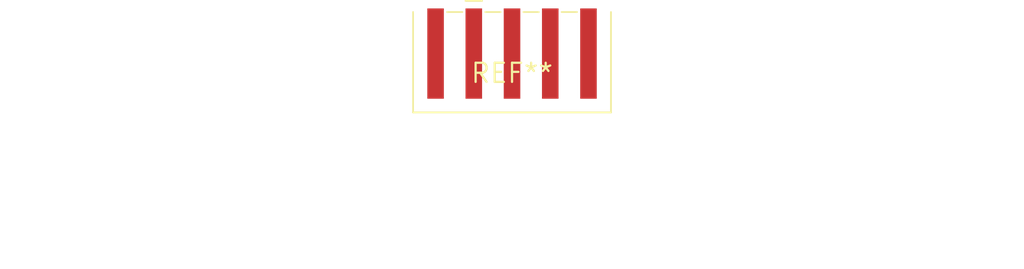
<source format=kicad_pcb>
(kicad_pcb (version 20240108) (generator pcbnew)
  (layers (0 "F.Cu" signal) (31 "B.Cu" signal) (34 "B.Paste" user) (35 "F.Paste" user) (36 "B.SilkS" user "B.Silkscreen") (37 "F.SilkS" user "F.Silkscreen") (38 "B.Mask" user) (39 "F.Mask" user) (44 "Edge.Cuts" user))
  (net 0 "")
  (footprint "Harting_har-flexicon_14110313010xxx_1x03-MP_P2.54mm_Horizontal" (layer "F.Cu") (at 0 0)
    (property "Reference" "REF**")
    (property "Value" "Harting_har-flexicon_14110313010xxx_1x03-MP_P2.54mm_Horizontal")
    (fp_line (start -6.575 -4.06) (end -6.575 2.61) (layer "F.SilkS") (stroke (width 0.12)))
    (fp_line (start -4.318 -4.06) (end -3.302 -4.06) (layer "F.SilkS") (stroke (width 0.12)))
    (fp_line (start -3.09 -4.8) (end -1.99 -4.8) (layer "F.SilkS") (stroke (width 0.12)))
    (fp_line (start -1.778 -4.06) (end -0.762 -4.06) (layer "F.SilkS") (stroke (width 0.12)))
    (fp_line (start 0.762 -4.06) (end 1.778 -4.06) (layer "F.SilkS") (stroke (width 0.12)))
    (fp_line (start 3.302 -4.06) (end 4.318 -4.06) (layer "F.SilkS") (stroke (width 0.12)))
    (fp_line (start 6.575 -4.06) (end 6.575 2.61) (layer "F.SilkS") (stroke (width 0.12)))
    (fp_line (start 6.575 2.61) (end -6.575 2.61) (layer "F.SilkS") (stroke (width 0.12)))
    (pad "1" smd rect (at -2.54 -1.3) (size 1.1 6) (layers "F.Cu" "F.Paste" "F.Mask"))
    (pad "2" smd rect (at 0 -1.3) (size 1.1 6) (layers "F.Cu" "F.Paste" "F.Mask"))
    (pad "3" smd rect (at 2.54 -1.3) (size 1.1 6) (layers "F.Cu" "F.Paste" "F.Mask"))
    (pad "MP" smd rect (at -5.08 -1.3) (size 1.1 6) (layers "F.Cu" "F.Paste" "F.Mask"))
    (pad "MP" smd rect (at 5.08 -1.3) (size 1.1 6) (layers "F.Cu" "F.Paste" "F.Mask"))
  )
)
</source>
